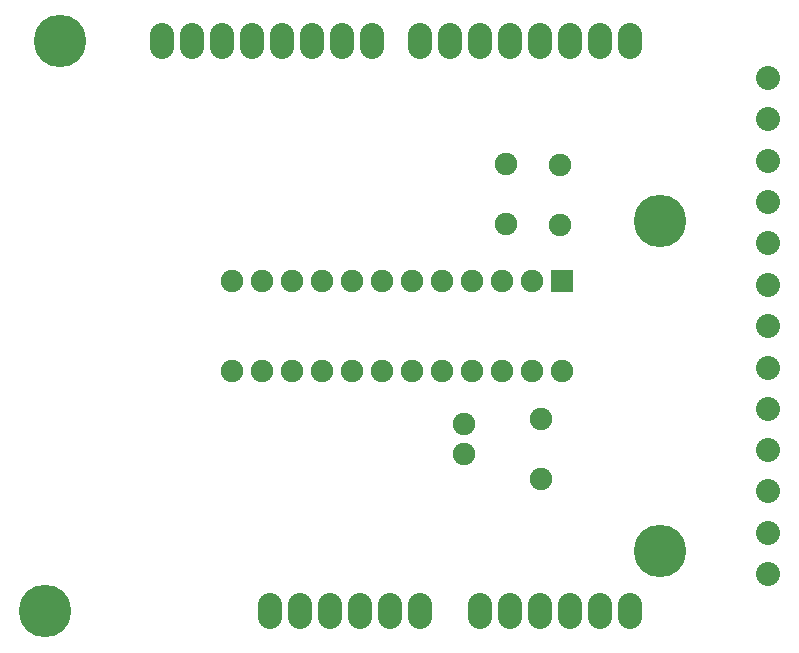
<source format=gts>
G04 (created by PCBNEW-RS274X (2011-aug-04)-testing) date Mon 24 Sep 2012 11:27:46 AM PDT*
G01*
G70*
G90*
%MOIN*%
G04 Gerber Fmt 3.4, Leading zero omitted, Abs format*
%FSLAX34Y34*%
G04 APERTURE LIST*
%ADD10C,0.006000*%
%ADD11O,0.080000X0.120000*%
%ADD12C,0.175000*%
%ADD13R,0.075000X0.075000*%
%ADD14C,0.075000*%
%ADD15C,0.080000*%
G04 APERTURE END LIST*
G54D10*
G54D11*
X70237Y-51677D03*
X69237Y-51677D03*
X68237Y-51677D03*
X65237Y-51677D03*
X66237Y-51677D03*
X67237Y-51677D03*
X63237Y-51677D03*
X62237Y-51677D03*
X61237Y-51677D03*
X59237Y-51677D03*
X58237Y-51677D03*
X70237Y-32677D03*
X69237Y-32677D03*
X68237Y-32677D03*
X67237Y-32677D03*
X66237Y-32677D03*
X65237Y-32677D03*
X64237Y-32677D03*
X63237Y-32677D03*
X61637Y-32677D03*
X60637Y-32677D03*
X59637Y-32677D03*
X58637Y-32677D03*
X57637Y-32677D03*
X56637Y-32677D03*
X55637Y-32677D03*
X54637Y-32677D03*
X60237Y-51677D03*
G54D12*
X71237Y-49677D03*
X71237Y-38677D03*
X51237Y-32677D03*
X50737Y-51677D03*
G54D13*
X67951Y-40675D03*
G54D14*
X66951Y-40675D03*
X65951Y-40675D03*
X64951Y-40675D03*
X63951Y-40675D03*
X62951Y-40675D03*
X61951Y-40675D03*
X60951Y-40675D03*
X59951Y-40675D03*
X58951Y-40675D03*
X57951Y-40675D03*
X56951Y-40675D03*
X56951Y-43675D03*
X57951Y-43675D03*
X58951Y-43675D03*
X59951Y-43675D03*
X60951Y-43675D03*
X61951Y-43675D03*
X62951Y-43675D03*
X63951Y-43675D03*
X64951Y-43675D03*
X65951Y-43675D03*
X66951Y-43675D03*
X67951Y-43675D03*
X67264Y-45280D03*
X67264Y-47280D03*
X67894Y-38815D03*
X67894Y-36815D03*
X66083Y-38776D03*
X66083Y-36776D03*
X64685Y-45425D03*
X64685Y-46425D03*
G54D15*
X74843Y-50444D03*
X74842Y-49067D03*
X74841Y-47686D03*
X74842Y-46309D03*
X74842Y-44931D03*
X74842Y-43555D03*
X74842Y-42176D03*
X74841Y-40798D03*
X74841Y-39420D03*
X74841Y-38040D03*
X74840Y-35286D03*
X74841Y-36664D03*
X74841Y-33908D03*
M02*

</source>
